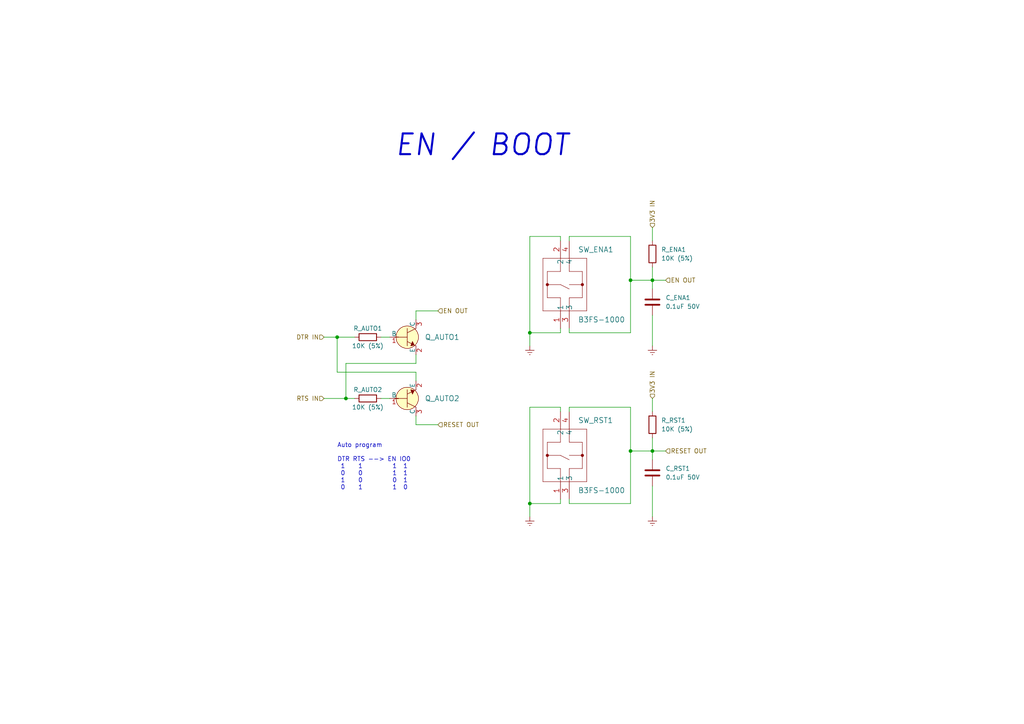
<source format=kicad_sch>
(kicad_sch (version 20211123) (generator eeschema)
  (paper "A4")
  (title_block (title "E-TKT") (date "2022-07-21") (rev "3") (company "Andrei Speridiao"))
  (lib_symbols
    (symbol "2022-07-12_23-59-33:B3FS-1000" (pin_names (offset 0.254))
      (property "Reference" "SW" (at 20.32 10.16 0))
      (property "Value" "B3FS-1000" (at 20.32 7.62 0))
      (symbol "B3FS-1000_1_1"
        (polyline (pts (xy 12.7 -7.62) (xy 27.94 -7.62)) (stroke (width 0.127)))
        (polyline (pts (xy 12.7 -2.54) (xy 16.51 -2.54)) (stroke (width 0.127)))
        (polyline (pts (xy 12.7 0) (xy 16.51 0)) (stroke (width 0.127)))
        (polyline (pts (xy 12.7 5.08) (xy 12.7 -7.62)) (stroke (width 0.127)))
        (polyline (pts (xy 16.51 -6.35) (xy 24.13 -6.35)) (stroke (width 0.127)))
        (polyline (pts (xy 16.51 -2.54) (xy 16.51 -6.35)) (stroke (width 0.127)))
        (polyline (pts (xy 16.51 0) (xy 16.51 3.81)) (stroke (width 0.127)))
        (polyline (pts (xy 20.32 -2.54) (xy 20.32 -6.35)) (stroke (width 0.127)))
        (polyline (pts (xy 20.32 0) (xy 19.05 -2.54)) (stroke (width 0.127)))
        (polyline (pts (xy 20.32 3.81) (xy 20.32 0)) (stroke (width 0.127)))
        (polyline (pts (xy 24.13 -6.35) (xy 24.13 -2.54)) (stroke (width 0.127)))
        (polyline (pts (xy 24.13 -2.54) (xy 27.94 -2.54)) (stroke (width 0.127)))
        (polyline (pts (xy 24.13 0) (xy 24.13 3.81)) (stroke (width 0.127)))
        (polyline (pts (xy 24.13 3.81) (xy 16.51 3.81)) (stroke (width 0.127)))
        (polyline (pts (xy 27.94 -7.62) (xy 27.94 5.08)) (stroke (width 0.127)))
        (polyline (pts (xy 27.94 0) (xy 24.13 0)) (stroke (width 0.127)))
        (polyline (pts (xy 27.94 5.08) (xy 12.7 5.08)) (stroke (width 0.127)))
        (arc (start 20.066 -6.35) (mid 20.574 -6.35) (end 20.066 -6.35) (stroke (width 0.381)))
        (arc (start 20.066 3.81) (mid 20.574 3.81) (end 20.066 3.81) (stroke (width 0.381)))
        (circle (center 20.32 -6.35) (radius 0.254) (stroke (width 0.381)))
        (circle (center 20.32 3.81) (radius 0.254) (stroke (width 0.381)))
        (pin unspecified line (at 7.62 0 0) (length 5) (name "1") (number "1"))
        (pin unspecified line (at 33.02 0 180) (length 5) (name "2") (number "2"))
        (pin unspecified line (at 7.62 -2.54 0) (length 5) (name "3") (number "3"))
        (pin unspecified line (at 33.02 -2.54 180) (length 5) (name "4") (number "4"))
      )
    )
    (symbol "B3FS-1000_2" (pin_names (offset 0.254))
      (property "Reference" "SW" (at 20.32 10.16 0))
      (property "Value" "B3FS-1000_2" (at 20.32 7.62 0))
      (symbol "B3FS-1000_2_1_1"
        (polyline (pts (xy 12.7 -7.62) (xy 27.94 -7.62)) (stroke (width 0.127)))
        (polyline (pts (xy 12.7 -2.54) (xy 16.51 -2.54)) (stroke (width 0.127)))
        (polyline (pts (xy 12.7 0) (xy 16.51 0)) (stroke (width 0.127)))
        (polyline (pts (xy 12.7 5.08) (xy 12.7 -7.62)) (stroke (width 0.127)))
        (polyline (pts (xy 16.51 -6.35) (xy 24.13 -6.35)) (stroke (width 0.127)))
        (polyline (pts (xy 16.51 -2.54) (xy 16.51 -6.35)) (stroke (width 0.127)))
        (polyline (pts (xy 16.51 0) (xy 16.51 3.81)) (stroke (width 0.127)))
        (polyline (pts (xy 20.32 -2.54) (xy 20.32 -6.35)) (stroke (width 0.127)))
        (polyline (pts (xy 20.32 0) (xy 19.05 -2.54)) (stroke (width 0.127)))
        (polyline (pts (xy 20.32 3.81) (xy 20.32 0)) (stroke (width 0.127)))
        (polyline (pts (xy 24.13 -6.35) (xy 24.13 -2.54)) (stroke (width 0.127)))
        (polyline (pts (xy 24.13 -2.54) (xy 27.94 -2.54)) (stroke (width 0.127)))
        (polyline (pts (xy 24.13 0) (xy 24.13 3.81)) (stroke (width 0.127)))
        (polyline (pts (xy 24.13 3.81) (xy 16.51 3.81)) (stroke (width 0.127)))
        (polyline (pts (xy 27.94 -7.62) (xy 27.94 5.08)) (stroke (width 0.127)))
        (polyline (pts (xy 27.94 0) (xy 24.13 0)) (stroke (width 0.127)))
        (polyline (pts (xy 27.94 5.08) (xy 12.7 5.08)) (stroke (width 0.127)))
        (arc (start 20.066 -6.35) (mid 20.574 -6.35) (end 20.066 -6.35) (stroke (width 0.381)))
        (arc (start 20.066 3.81) (mid 20.574 3.81) (end 20.066 3.81) (stroke (width 0.381)))
        (circle (center 20.32 -6.35) (radius 0.254) (stroke (width 0.381)))
        (circle (center 20.32 3.81) (radius 0.254) (stroke (width 0.381)))
        (pin unspecified line (at 7.62 0 0) (length 5) (name "1") (number "1"))
        (pin unspecified line (at 33.02 0 180) (length 5) (name "2") (number "2"))
        (pin unspecified line (at 7.62 -2.54 0) (length 5) (name "3") (number "3"))
        (pin unspecified line (at 33.02 -2.54 180) (length 5) (name "4") (number "4"))
      )
    )
    (symbol "Device:C" (pin_numbers hide) (pin_names (offset 0.254))
      (property "Reference" "C" (at 0.635 2.54 0))
      (property "Value" "C" (at 0.635 -2.54 0))
      (symbol "C_0_1"
        (polyline (pts (xy -2.032 -0.762) (xy 2.032 -0.762)) (stroke (width 0.508)))
        (polyline (pts (xy -2.032 0.762) (xy 2.032 0.762)) (stroke (width 0.508)))
      )
      (symbol "C_1_1"
        (pin passive line (at 0 3.81 270) (length 2.794) (name "~") (number "1"))
        (pin passive line (at 0 -3.81 90) (length 2.794) (name "~") (number "2"))
      )
    )
    (symbol "Device:R" (pin_numbers hide) (pin_names (offset 0))
      (property "Reference" "R" (at 2.032 0 90))
      (property "Value" "R" (at 0 0 90))
      (symbol "R_0_1"
        (rectangle (start -1.016 -2.54) (end 1.016 2.54) (stroke (width 0.254)))
      )
      (symbol "R_1_1"
        (pin passive line (at 0 3.81 270) (length 1.27) (name "~") (number "1"))
        (pin passive line (at 0 -3.81 90) (length 1.27) (name "~") (number "2"))
      )
    )
    (symbol "dk_Transistors-Bipolar-BJT-Single:MMSS8050-H-TP" (pin_names (offset 0))
      (property "Reference" "Q" (at -3.2004 4.2164 0))
      (property "Value" "MMSS8050-H-TP" (at 5.2324 0 90))
      (symbol "MMSS8050-H-TP_0_1"
        (polyline (pts (xy -3.81 0) (xy -2.54 0)))
        (polyline (pts (xy -3.556 0) (xy 0 0)))
        (polyline (pts (xy 0 -1.27) (xy 2.54 -2.54)))
        (polyline (pts (xy 0 1.27) (xy 2.54 2.54)))
        (polyline (pts (xy 0 2.54) (xy 0 -2.54)))
        (polyline (pts (xy 1.524 -1.27) (xy 2.032 -2.286) (xy 1.016 -2.54) (xy 1.524 -1.27)) (fill (type outline)))
        (circle (center 0 0) (radius 3.2512) (fill (type background)))
      )
      (symbol "MMSS8050-H-TP_1_1"
        (pin input line (at -5.08 0 0) (length 2.54) (name "B") (number "1"))
        (pin passive line (at 2.54 -5.08 90) (length 2.54) (name "E") (number "2"))
        (pin passive line (at 2.54 5.08 270) (length 2.54) (name "C") (number "3"))
      )
    )
    (symbol "power:GNDREF" (power) (pin_names (offset 0))
      (property "Value" "GNDREF" (at 0 -3.81 0))
      (symbol "GNDREF_0_1"
        (polyline (pts (xy -0.635 -1.905) (xy 0.635 -1.905)))
        (polyline (pts (xy -0.127 -2.54) (xy 0.127 -2.54)))
        (polyline (pts (xy 0 -1.27) (xy 0 0)))
        (polyline (pts (xy 1.27 -1.27) (xy -1.27 -1.27)))
      )
      (symbol "GNDREF_1_1"
        (pin power_in line (at 0 0 270) (length 0) hide (name "GNDREF") (number "1"))
      )
    )
  )
  (junction (at 153.67 146.05))
  (junction (at 189.23 130.81))
  (junction (at 100.33 115.57))
  (junction (at 182.88 130.81))
  (junction (at 97.79 97.79))
  (junction (at 189.23 81.28))
  (junction (at 153.67 96.52))
  (junction (at 182.88 81.28))
  (wire (pts (xy 153.67 118.11) (xy 153.67 146.05)))
  (wire (pts (xy 100.33 115.57) (xy 100.33 105.41)))
  (wire (pts (xy 165.1 96.52) (xy 165.1 95.25)))
  (wire (pts (xy 189.23 66.04) (xy 189.23 69.85)))
  (wire (pts (xy 182.88 130.81) (xy 182.88 146.05)))
  (wire (pts (xy 165.1 68.58) (xy 165.1 69.85)))
  (wire (pts (xy 153.67 68.58) (xy 162.56 68.58)))
  (wire (pts (xy 189.23 127) (xy 189.23 130.81)))
  (wire (pts (xy 165.1 146.05) (xy 182.88 146.05)))
  (wire (pts (xy 182.88 118.11) (xy 182.88 130.81)))
  (wire (pts (xy 97.79 97.79) (xy 97.79 107.95)))
  (wire (pts (xy 189.23 100.33) (xy 189.23 91.44)))
  (wire (pts (xy 182.88 130.81) (xy 189.23 130.81)))
  (wire (pts (xy 153.67 68.58) (xy 153.67 96.52)))
  (wire (pts (xy 189.23 133.35) (xy 189.23 130.81)))
  (wire (pts (xy 120.65 90.17) (xy 120.65 92.71)))
  (wire (pts (xy 182.88 68.58) (xy 182.88 81.28)))
  (wire (pts (xy 165.1 68.58) (xy 182.88 68.58)))
  (wire (pts (xy 120.65 107.95) (xy 120.65 110.49)))
  (wire (pts (xy 120.65 120.65) (xy 120.65 123.19)))
  (wire (pts (xy 165.1 118.11) (xy 182.88 118.11)))
  (wire (pts (xy 162.56 68.58) (xy 162.56 69.85)))
  (wire (pts (xy 182.88 81.28) (xy 182.88 96.52)))
  (wire (pts (xy 165.1 118.11) (xy 165.1 119.38)))
  (wire (pts (xy 100.33 115.57) (xy 102.87 115.57)))
  (wire (pts (xy 162.56 146.05) (xy 162.56 144.78)))
  (wire (pts (xy 189.23 130.81) (xy 193.04 130.81)))
  (wire (pts (xy 110.49 97.79) (xy 113.03 97.79)))
  (wire (pts (xy 189.23 77.47) (xy 189.23 81.28)))
  (wire (pts (xy 189.23 149.86) (xy 189.23 140.97)))
  (wire (pts (xy 189.23 81.28) (xy 182.88 81.28)))
  (wire (pts (xy 189.23 115.57) (xy 189.23 119.38)))
  (wire (pts (xy 153.67 118.11) (xy 162.56 118.11)))
  (wire (pts (xy 189.23 83.82) (xy 189.23 81.28)))
  (wire (pts (xy 165.1 96.52) (xy 182.88 96.52)))
  (wire (pts (xy 153.67 146.05) (xy 162.56 146.05)))
  (wire (pts (xy 93.98 115.57) (xy 100.33 115.57)))
  (wire (pts (xy 97.79 107.95) (xy 120.65 107.95)))
  (wire (pts (xy 189.23 81.28) (xy 193.04 81.28)))
  (wire (pts (xy 153.67 146.05) (xy 153.67 149.86)))
  (wire (pts (xy 162.56 96.52) (xy 162.56 95.25)))
  (wire (pts (xy 93.98 97.79) (xy 97.79 97.79)))
  (wire (pts (xy 110.49 115.57) (xy 113.03 115.57)))
  (wire (pts (xy 153.67 96.52) (xy 162.56 96.52)))
  (wire (pts (xy 100.33 105.41) (xy 120.65 105.41)))
  (wire (pts (xy 153.67 96.52) (xy 153.67 100.33)))
  (wire (pts (xy 127 90.17) (xy 120.65 90.17)))
  (wire (pts (xy 165.1 146.05) (xy 165.1 144.78)))
  (wire (pts (xy 162.56 118.11) (xy 162.56 119.38)))
  (wire (pts (xy 120.65 123.19) (xy 127 123.19)))
  (wire (pts (xy 120.65 105.41) (xy 120.65 102.87)))
  (wire (pts (xy 97.79 97.79) (xy 102.87 97.79)))
  (text "Auto program\n\nDTR RTS --> EN IO0\n 1    1         1  1\n 0    0         1  1\n 1    0         0  1\n 0    1         1  0" (at 97.79 142.24 0) (effects (font (size 1.27 1.27)) (justify left bottom)))
  (text "EN / BOOT" (at 114.3 45.72 0) (effects (font (size 6 6) (thickness 0.6) bold italic) (justify left bottom)))
  (hierarchical_label "EN OUT" (shape input) (at 127 90.17 0))
  (hierarchical_label "RESET OUT" (shape input) (at 127 123.19 0))
  (hierarchical_label "EN OUT" (shape input) (at 193.04 81.28 0))
  (hierarchical_label "RTS IN" (shape input) (at 93.98 115.57 180))
  (hierarchical_label "3V3 IN" (shape input) (at 189.23 115.57 90))
  (hierarchical_label "DTR IN" (shape input) (at 93.98 97.79 180))
  (hierarchical_label "RESET OUT" (shape input) (at 193.04 130.81 0))
  (hierarchical_label "3V3 IN" (shape input) (at 189.23 66.04 90))
  (symbol (lib_id "Device:R") (at 106.68 97.79 90) (unit 1)
    (property "Reference" "R_AUTO1" (at 106.68 95.25 90))
    (property "Value" "10K (5%)" (at 106.68 100.33 90))
    (property "Footprint" "Resistor_SMD:R_0603_1608Metric_Pad0.98x0.95mm_HandSolder" (effects hide))
    (property "Datasheet" "https://br.mouser.com/datasheet/2/54/chp_a-1858677.pdf" (effects hide))
    (property "#" "CHP0603AFX-1002ELF" (effects hide))
    (property "Group" "Autoboot" (effects hide))
    (property "Obs" "wes" (effects hide))
    (property "Mouser" "OK" (effects hide))
  )
  (symbol (lib_id "dk_Transistors-Bipolar-BJT-Single:MMSS8050-H-TP") (at 118.11 115.57 0) (mirror x) (unit 1)
    (property "Reference" "Q_AUTO2" (at 123.19 115.57 0) (effects (font (size 1.524 1.524)) (justify left)))
    (property "Value" "SS8050" (effects hide))
    (property "Footprint" "Package_TO_SOT_SMD:SOT-23_Handsoldering" (effects hide))
    (property "Datasheet" "https://br.mouser.com/datasheet/2/258/MMSS8050_SOT_23_-1626440.pdf" (effects hide))
    (property "#" "MMSS8050-L-TP" (effects hide))
    (property "Description" "TRANS NPN 25V 1.5A SOT23" (effects hide))
    (property "Group" "Autoboot" (effects hide))
    (property "Mouser" "OK" (effects hide))
  )
  (symbol (lib_id "power:GNDREF") (at 153.67 100.33 0) (unit 1)
    (property "Reference" "#PWR0107" (effects hide))
    (property "Value" "GNDREF" (effects hide))
  )
  (symbol (lib_id "power:GNDREF") (at 153.67 149.86 0) (unit 1)
    (property "Reference" "#PWR0109" (effects hide))
    (property "Value" "GNDREF" (effects hide))
  )
  (symbol (lib_id "Device:R") (at 189.23 123.19 0) (unit 1)
    (property "Reference" "R_RST1" (at 191.77 121.92 0) (effects (justify left)))
    (property "Value" "10K (5%)" (at 191.77 124.46 0) (effects (justify left)))
    (property "Footprint" "Resistor_SMD:R_0603_1608Metric_Pad0.98x0.95mm_HandSolder" (effects hide))
    (property "Datasheet" "https://br.mouser.com/datasheet/2/54/chp_a-1858677.pdf" (effects hide))
    (property "#" "CHP0603AFX-1002ELF" (effects hide))
    (property "Description" "Pullup" (effects hide))
    (property "Group" "Reset" (effects hide))
    (property "Obs" "wes" (effects hide))
    (property "Mouser" "OK" (effects hide))
  )
  (symbol (lib_name "B3FS-1000_2") (lib_id "2022-07-12_23-59-33:B3FS-1000") (at 162.56 102.87 90) (unit 1)
    (property "Reference" "SW_ENA1" (at 167.64 72.39 90) (effects (font (size 1.524 1.524)) (justify right)))
    (property "Value" "B3FS-1000" (at 167.64 92.71 90) (effects (font (size 1.524 1.524)) (justify right)))
    (property "Footprint" "b3fs:B3FS-1000" (effects hide))
    (property "Datasheet" "https://br.mouser.com/datasheet/2/307/omron_B3FS-1189765.pdf" (effects hide))
    (property "#" "B3FS-1000" (effects hide))
    (property "Description" "Momentary switch" (effects hide))
    (property "Group" "Enable" (effects hide))
    (property "Mouser" "OK" (effects hide))
  )
  (symbol (lib_id "power:GNDREF") (at 189.23 149.86 0) (unit 1)
    (property "Reference" "#PWR0160" (effects hide))
    (property "Value" "GNDREF" (effects hide))
  )
  (symbol (lib_id "Device:R") (at 106.68 115.57 90) (unit 1)
    (property "Reference" "R_AUTO2" (at 106.68 113.03 90))
    (property "Value" "10K (5%)" (at 106.68 118.11 90))
    (property "Footprint" "Resistor_SMD:R_0603_1608Metric_Pad0.98x0.95mm_HandSolder" (effects hide))
    (property "Datasheet" "https://br.mouser.com/datasheet/2/54/chp_a-1858677.pdf" (effects hide))
    (property "#" "CHP0603AFX-1002ELF" (effects hide))
    (property "Group" "Autoboot" (effects hide))
    (property "Obs" "wes" (effects hide))
    (property "Mouser" "OK" (effects hide))
  )
  (symbol (lib_id "Device:C") (at 189.23 87.63 180) (unit 1)
    (property "Reference" "C_ENA1" (at 193.04 86.36 0) (effects (justify right)))
    (property "Value" "0.1uF 50V" (at 193.04 88.9 0) (effects (justify right)))
    (property "Footprint" "Capacitor_SMD:C_0603_1608Metric_Pad1.08x0.95mm_HandSolder" (effects hide))
    (property "Datasheet" "https://product.tdk.com/system/files/dam/doc/product/capacitor/ceramic/mlcc/catalog/mlcc_automotive_general_en.pdf?ref_disty=mouser" (effects hide))
    (property "#" "C1608X7R1H104K080AA" (effects hide))
    (property "Description" "Debounce" (effects hide))
    (property "Group" "Enable" (effects hide))
    (property "Mouser" "OK" (effects hide))
  )
  (symbol (lib_id "Device:C") (at 189.23 137.16 180) (unit 1)
    (property "Reference" "C_RST1" (at 193.04 135.89 0) (effects (justify right)))
    (property "Value" "0.1uF 50V" (at 193.04 138.43 0) (effects (justify right)))
    (property "Footprint" "Capacitor_SMD:C_0603_1608Metric_Pad1.08x0.95mm_HandSolder" (effects hide))
    (property "Datasheet" "https://product.tdk.com/system/files/dam/doc/product/capacitor/ceramic/mlcc/catalog/mlcc_automotive_general_en.pdf?ref_disty=mouser" (effects hide))
    (property "#" "C1608X7R1H104K080AA" (effects hide))
    (property "Description" "Decouple" (effects hide))
    (property "Group" "Reset" (effects hide))
    (property "Mouser" "OK" (effects hide))
  )
  (symbol (lib_id "dk_Transistors-Bipolar-BJT-Single:MMSS8050-H-TP") (at 118.11 97.79 0) (unit 1)
    (property "Reference" "Q_AUTO1" (at 123.19 97.79 0) (effects (font (size 1.524 1.524)) (justify left)))
    (property "Value" "SS8050" (effects hide))
    (property "Footprint" "Package_TO_SOT_SMD:SOT-23_Handsoldering" (effects hide))
    (property "Datasheet" "https://br.mouser.com/datasheet/2/258/MMSS8050_SOT_23_-1626440.pdf" (effects hide))
    (property "#" "MMSS8050-L-TP" (effects hide))
    (property "Description" "TRANS NPN 25V 1.5A SOT23" (effects hide))
    (property "Group" "Autoboot" (effects hide))
    (property "Mouser" "OK" (effects hide))
  )
  (symbol (lib_id "2022-07-12_23-59-33:B3FS-1000") (at 162.56 152.4 90) (unit 1)
    (property "Reference" "SW_RST1" (at 167.64 121.92 90) (effects (font (size 1.524 1.524)) (justify right)))
    (property "Value" "B3FS-1000" (at 167.64 142.24 90) (effects (font (size 1.524 1.524)) (justify right)))
    (property "Footprint" "b3fs:B3FS-1000" (effects hide))
    (property "Datasheet" "https://br.mouser.com/datasheet/2/307/omron_B3FS-1189765.pdf" (effects hide))
    (property "#" "B3FS-1000" (effects hide))
    (property "Description" "Momentary switch" (effects hide))
    (property "Group" "Reset" (effects hide))
    (property "Mouser" "OK" (effects hide))
  )
  (symbol (lib_id "Device:R") (at 189.23 73.66 180) (unit 1)
    (property "Reference" "R_ENA1" (at 191.77 72.39 0) (effects (justify right)))
    (property "Value" "10K (5%)" (at 191.77 74.93 0) (effects (justify right)))
    (property "Footprint" "Resistor_SMD:R_0603_1608Metric_Pad0.98x0.95mm_HandSolder" (effects hide))
    (property "Datasheet" "https://br.mouser.com/datasheet/2/54/chp_a-1858677.pdf" (effects hide))
    (property "#" "CHP0603AFX-1002ELF" (effects hide))
    (property "Description" "Pullup" (effects hide))
    (property "Group" "Enable" (effects hide))
    (property "Obs" "wes" (effects hide))
    (property "Mouser" "OK" (effects hide))
  )
  (symbol (lib_id "power:GNDREF") (at 189.23 100.33 0) (unit 1)
    (property "Reference" "#PWR0159" (effects hide))
    (property "Value" "GNDREF" (effects hide))
  )
)
</source>
